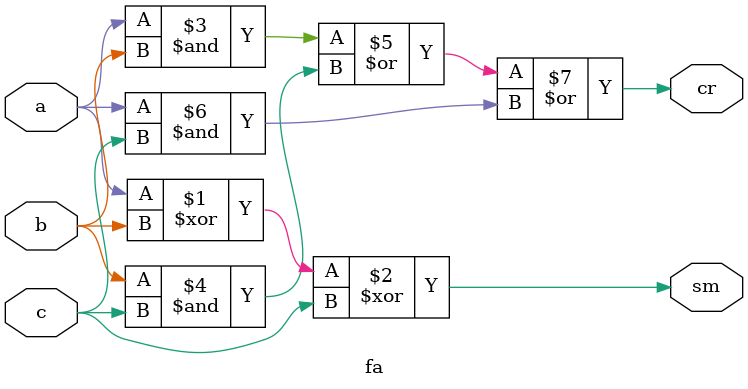
<source format=v>
module fa(a,b,c,sm,cr);
input a,b,c;
output sm,cr;

xor(sm,a,b,c);
assign cr=(a&b)|(b&c)|(a&c);

//initial begin
//$monitor ("Hello World");
//end

endmodule
</source>
